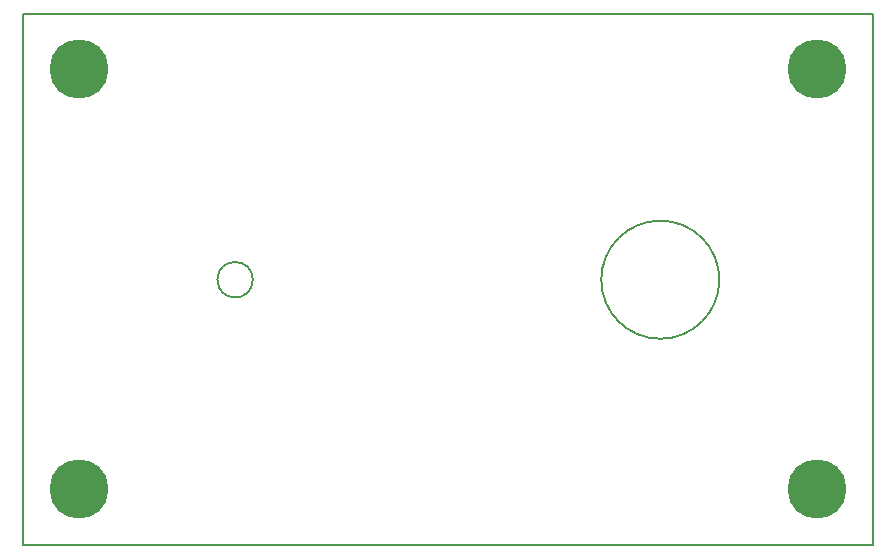
<source format=gbs>
G04 #@! TF.GenerationSoftware,KiCad,Pcbnew,(6.0.7)*
G04 #@! TF.CreationDate,2022-10-12T09:28:52+03:00*
G04 #@! TF.ProjectId,ControlUnitFaceplateSilkscreen,436f6e74-726f-46c5-956e-697446616365,rev?*
G04 #@! TF.SameCoordinates,Original*
G04 #@! TF.FileFunction,Soldermask,Bot*
G04 #@! TF.FilePolarity,Negative*
%FSLAX46Y46*%
G04 Gerber Fmt 4.6, Leading zero omitted, Abs format (unit mm)*
G04 Created by KiCad (PCBNEW (6.0.7)) date 2022-10-12 09:28:52*
%MOMM*%
%LPD*%
G01*
G04 APERTURE LIST*
G04 #@! TA.AperFunction,Profile*
%ADD10C,0.200000*%
G04 #@! TD*
%ADD11C,5.000000*%
G04 APERTURE END LIST*
D10*
X186596600Y-111374600D02*
X186596600Y-66374600D01*
X186596600Y-66374600D02*
X114596600Y-66374600D01*
X114596600Y-111374600D02*
X186596600Y-111374600D01*
X134096600Y-88874600D02*
G75*
G03*
X134096600Y-88874600I-1500000J0D01*
G01*
X173596600Y-88874600D02*
G75*
G03*
X173596600Y-88874600I-5000000J0D01*
G01*
X114596600Y-66374600D02*
X114596600Y-111374600D01*
D11*
X181896600Y-106574600D03*
X119396600Y-106574600D03*
X119396600Y-71074600D03*
X181896600Y-71074600D03*
M02*

</source>
